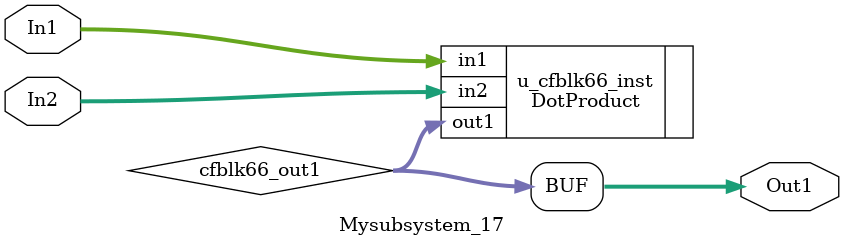
<source format=v>



`timescale 1 ns / 1 ns

module Mysubsystem_17
          (In1,
           In2,
           Out1);


  input   [7:0] In1;  // uint8
  input   [7:0] In2;  // uint8
  output  [15:0] Out1;  // uint16


  wire [15:0] cfblk66_out1;  // uint16


  DotProduct u_cfblk66_inst (.in1(In1),  // uint8
                             .in2(In2),  // uint8
                             .out1(cfblk66_out1)  // uint16
                             );

  assign Out1 = cfblk66_out1;

endmodule  // Mysubsystem_17


</source>
